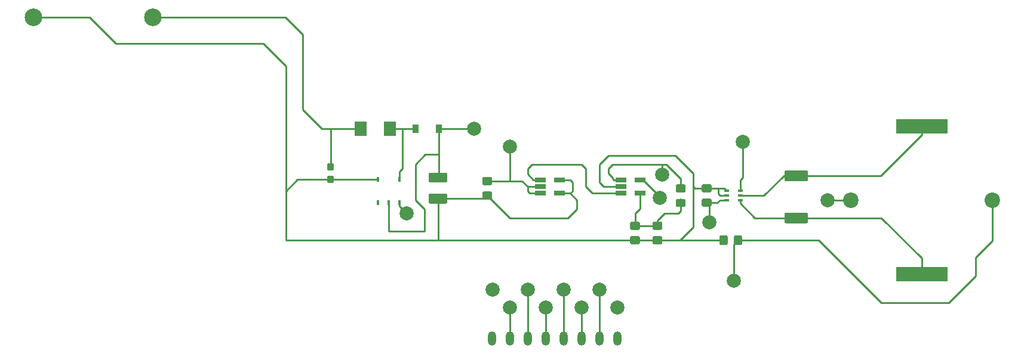
<source format=gtl>
G04 #@! TF.GenerationSoftware,KiCad,Pcbnew,(5.1.2)-2*
G04 #@! TF.CreationDate,2019-07-08T10:17:59-07:00*
G04 #@! TF.ProjectId,Prototypedesign1,50726f74-6f74-4797-9065-64657369676e,rev?*
G04 #@! TF.SameCoordinates,Original*
G04 #@! TF.FileFunction,Copper,L1,Top*
G04 #@! TF.FilePolarity,Positive*
%FSLAX46Y46*%
G04 Gerber Fmt 4.6, Leading zero omitted, Abs format (unit mm)*
G04 Created by KiCad (PCBNEW (5.1.2)-2) date 2019-07-08 10:17:59*
%MOMM*%
%LPD*%
G04 APERTURE LIST*
%ADD10C,2.000000*%
%ADD11C,2.500000*%
%ADD12C,0.100000*%
%ADD13C,0.950000*%
%ADD14C,1.425000*%
%ADD15C,1.150000*%
%ADD16R,0.900000X1.200000*%
%ADD17O,1.200000X2.000000*%
%ADD18R,1.700000X2.000000*%
%ADD19C,1.525000*%
%ADD20C,2.200000*%
%ADD21R,7.400000X2.000000*%
%ADD22R,0.420000X0.800000*%
%ADD23R,0.650000X0.400000*%
%ADD24R,1.560000X0.650000*%
%ADD25C,0.250000*%
G04 APERTURE END LIST*
D10*
X126085600Y-53035200D03*
X120015000Y-68580000D03*
X137795000Y-45085000D03*
X114935000Y-68580000D03*
X112395000Y-66040000D03*
X109855000Y-68580000D03*
X149860000Y-53340000D03*
X104775000Y-68580000D03*
X102336600Y-66040000D03*
X126390400Y-49733200D03*
X117475000Y-66040000D03*
X104775000Y-45720000D03*
X133065000Y-56515000D03*
X99695000Y-43180000D03*
X90170000Y-55245000D03*
X107315000Y-66040000D03*
X136525000Y-64770000D03*
D11*
X54220000Y-27390000D03*
X37220000Y-27390000D03*
D12*
G36*
X79635779Y-49881144D02*
G01*
X79658834Y-49884563D01*
X79681443Y-49890227D01*
X79703387Y-49898079D01*
X79724457Y-49908044D01*
X79744448Y-49920026D01*
X79763168Y-49933910D01*
X79780438Y-49949562D01*
X79796090Y-49966832D01*
X79809974Y-49985552D01*
X79821956Y-50005543D01*
X79831921Y-50026613D01*
X79839773Y-50048557D01*
X79845437Y-50071166D01*
X79848856Y-50094221D01*
X79850000Y-50117500D01*
X79850000Y-50692500D01*
X79848856Y-50715779D01*
X79845437Y-50738834D01*
X79839773Y-50761443D01*
X79831921Y-50783387D01*
X79821956Y-50804457D01*
X79809974Y-50824448D01*
X79796090Y-50843168D01*
X79780438Y-50860438D01*
X79763168Y-50876090D01*
X79744448Y-50889974D01*
X79724457Y-50901956D01*
X79703387Y-50911921D01*
X79681443Y-50919773D01*
X79658834Y-50925437D01*
X79635779Y-50928856D01*
X79612500Y-50930000D01*
X79137500Y-50930000D01*
X79114221Y-50928856D01*
X79091166Y-50925437D01*
X79068557Y-50919773D01*
X79046613Y-50911921D01*
X79025543Y-50901956D01*
X79005552Y-50889974D01*
X78986832Y-50876090D01*
X78969562Y-50860438D01*
X78953910Y-50843168D01*
X78940026Y-50824448D01*
X78928044Y-50804457D01*
X78918079Y-50783387D01*
X78910227Y-50761443D01*
X78904563Y-50738834D01*
X78901144Y-50715779D01*
X78900000Y-50692500D01*
X78900000Y-50117500D01*
X78901144Y-50094221D01*
X78904563Y-50071166D01*
X78910227Y-50048557D01*
X78918079Y-50026613D01*
X78928044Y-50005543D01*
X78940026Y-49985552D01*
X78953910Y-49966832D01*
X78969562Y-49949562D01*
X78986832Y-49933910D01*
X79005552Y-49920026D01*
X79025543Y-49908044D01*
X79046613Y-49898079D01*
X79068557Y-49890227D01*
X79091166Y-49884563D01*
X79114221Y-49881144D01*
X79137500Y-49880000D01*
X79612500Y-49880000D01*
X79635779Y-49881144D01*
X79635779Y-49881144D01*
G37*
D13*
X79375000Y-50405000D03*
D12*
G36*
X79635779Y-48131144D02*
G01*
X79658834Y-48134563D01*
X79681443Y-48140227D01*
X79703387Y-48148079D01*
X79724457Y-48158044D01*
X79744448Y-48170026D01*
X79763168Y-48183910D01*
X79780438Y-48199562D01*
X79796090Y-48216832D01*
X79809974Y-48235552D01*
X79821956Y-48255543D01*
X79831921Y-48276613D01*
X79839773Y-48298557D01*
X79845437Y-48321166D01*
X79848856Y-48344221D01*
X79850000Y-48367500D01*
X79850000Y-48942500D01*
X79848856Y-48965779D01*
X79845437Y-48988834D01*
X79839773Y-49011443D01*
X79831921Y-49033387D01*
X79821956Y-49054457D01*
X79809974Y-49074448D01*
X79796090Y-49093168D01*
X79780438Y-49110438D01*
X79763168Y-49126090D01*
X79744448Y-49139974D01*
X79724457Y-49151956D01*
X79703387Y-49161921D01*
X79681443Y-49169773D01*
X79658834Y-49175437D01*
X79635779Y-49178856D01*
X79612500Y-49180000D01*
X79137500Y-49180000D01*
X79114221Y-49178856D01*
X79091166Y-49175437D01*
X79068557Y-49169773D01*
X79046613Y-49161921D01*
X79025543Y-49151956D01*
X79005552Y-49139974D01*
X78986832Y-49126090D01*
X78969562Y-49110438D01*
X78953910Y-49093168D01*
X78940026Y-49074448D01*
X78928044Y-49054457D01*
X78918079Y-49033387D01*
X78910227Y-49011443D01*
X78904563Y-48988834D01*
X78901144Y-48965779D01*
X78900000Y-48942500D01*
X78900000Y-48367500D01*
X78901144Y-48344221D01*
X78904563Y-48321166D01*
X78910227Y-48298557D01*
X78918079Y-48276613D01*
X78928044Y-48255543D01*
X78940026Y-48235552D01*
X78953910Y-48216832D01*
X78969562Y-48199562D01*
X78986832Y-48183910D01*
X79005552Y-48170026D01*
X79025543Y-48158044D01*
X79046613Y-48148079D01*
X79068557Y-48140227D01*
X79091166Y-48134563D01*
X79114221Y-48131144D01*
X79137500Y-48130000D01*
X79612500Y-48130000D01*
X79635779Y-48131144D01*
X79635779Y-48131144D01*
G37*
D13*
X79375000Y-48655000D03*
D12*
G36*
X95714504Y-49453704D02*
G01*
X95738773Y-49457304D01*
X95762571Y-49463265D01*
X95785671Y-49471530D01*
X95807849Y-49482020D01*
X95828893Y-49494633D01*
X95848598Y-49509247D01*
X95866777Y-49525723D01*
X95883253Y-49543902D01*
X95897867Y-49563607D01*
X95910480Y-49584651D01*
X95920970Y-49606829D01*
X95929235Y-49629929D01*
X95935196Y-49653727D01*
X95938796Y-49677996D01*
X95940000Y-49702500D01*
X95940000Y-50627500D01*
X95938796Y-50652004D01*
X95935196Y-50676273D01*
X95929235Y-50700071D01*
X95920970Y-50723171D01*
X95910480Y-50745349D01*
X95897867Y-50766393D01*
X95883253Y-50786098D01*
X95866777Y-50804277D01*
X95848598Y-50820753D01*
X95828893Y-50835367D01*
X95807849Y-50847980D01*
X95785671Y-50858470D01*
X95762571Y-50866735D01*
X95738773Y-50872696D01*
X95714504Y-50876296D01*
X95690000Y-50877500D01*
X93540000Y-50877500D01*
X93515496Y-50876296D01*
X93491227Y-50872696D01*
X93467429Y-50866735D01*
X93444329Y-50858470D01*
X93422151Y-50847980D01*
X93401107Y-50835367D01*
X93381402Y-50820753D01*
X93363223Y-50804277D01*
X93346747Y-50786098D01*
X93332133Y-50766393D01*
X93319520Y-50745349D01*
X93309030Y-50723171D01*
X93300765Y-50700071D01*
X93294804Y-50676273D01*
X93291204Y-50652004D01*
X93290000Y-50627500D01*
X93290000Y-49702500D01*
X93291204Y-49677996D01*
X93294804Y-49653727D01*
X93300765Y-49629929D01*
X93309030Y-49606829D01*
X93319520Y-49584651D01*
X93332133Y-49563607D01*
X93346747Y-49543902D01*
X93363223Y-49525723D01*
X93381402Y-49509247D01*
X93401107Y-49494633D01*
X93422151Y-49482020D01*
X93444329Y-49471530D01*
X93467429Y-49463265D01*
X93491227Y-49457304D01*
X93515496Y-49453704D01*
X93540000Y-49452500D01*
X95690000Y-49452500D01*
X95714504Y-49453704D01*
X95714504Y-49453704D01*
G37*
D14*
X94615000Y-50165000D03*
D12*
G36*
X95714504Y-52428704D02*
G01*
X95738773Y-52432304D01*
X95762571Y-52438265D01*
X95785671Y-52446530D01*
X95807849Y-52457020D01*
X95828893Y-52469633D01*
X95848598Y-52484247D01*
X95866777Y-52500723D01*
X95883253Y-52518902D01*
X95897867Y-52538607D01*
X95910480Y-52559651D01*
X95920970Y-52581829D01*
X95929235Y-52604929D01*
X95935196Y-52628727D01*
X95938796Y-52652996D01*
X95940000Y-52677500D01*
X95940000Y-53602500D01*
X95938796Y-53627004D01*
X95935196Y-53651273D01*
X95929235Y-53675071D01*
X95920970Y-53698171D01*
X95910480Y-53720349D01*
X95897867Y-53741393D01*
X95883253Y-53761098D01*
X95866777Y-53779277D01*
X95848598Y-53795753D01*
X95828893Y-53810367D01*
X95807849Y-53822980D01*
X95785671Y-53833470D01*
X95762571Y-53841735D01*
X95738773Y-53847696D01*
X95714504Y-53851296D01*
X95690000Y-53852500D01*
X93540000Y-53852500D01*
X93515496Y-53851296D01*
X93491227Y-53847696D01*
X93467429Y-53841735D01*
X93444329Y-53833470D01*
X93422151Y-53822980D01*
X93401107Y-53810367D01*
X93381402Y-53795753D01*
X93363223Y-53779277D01*
X93346747Y-53761098D01*
X93332133Y-53741393D01*
X93319520Y-53720349D01*
X93309030Y-53698171D01*
X93300765Y-53675071D01*
X93294804Y-53651273D01*
X93291204Y-53627004D01*
X93290000Y-53602500D01*
X93290000Y-52677500D01*
X93291204Y-52652996D01*
X93294804Y-52628727D01*
X93300765Y-52604929D01*
X93309030Y-52581829D01*
X93319520Y-52559651D01*
X93332133Y-52538607D01*
X93346747Y-52518902D01*
X93363223Y-52500723D01*
X93381402Y-52484247D01*
X93401107Y-52469633D01*
X93422151Y-52457020D01*
X93444329Y-52446530D01*
X93467429Y-52438265D01*
X93491227Y-52432304D01*
X93515496Y-52428704D01*
X93540000Y-52427500D01*
X95690000Y-52427500D01*
X95714504Y-52428704D01*
X95714504Y-52428704D01*
G37*
D14*
X94615000Y-53140000D03*
D12*
G36*
X133189505Y-51106204D02*
G01*
X133213773Y-51109804D01*
X133237572Y-51115765D01*
X133260671Y-51124030D01*
X133282850Y-51134520D01*
X133303893Y-51147132D01*
X133323599Y-51161747D01*
X133341777Y-51178223D01*
X133358253Y-51196401D01*
X133372868Y-51216107D01*
X133385480Y-51237150D01*
X133395970Y-51259329D01*
X133404235Y-51282428D01*
X133410196Y-51306227D01*
X133413796Y-51330495D01*
X133415000Y-51354999D01*
X133415000Y-52005001D01*
X133413796Y-52029505D01*
X133410196Y-52053773D01*
X133404235Y-52077572D01*
X133395970Y-52100671D01*
X133385480Y-52122850D01*
X133372868Y-52143893D01*
X133358253Y-52163599D01*
X133341777Y-52181777D01*
X133323599Y-52198253D01*
X133303893Y-52212868D01*
X133282850Y-52225480D01*
X133260671Y-52235970D01*
X133237572Y-52244235D01*
X133213773Y-52250196D01*
X133189505Y-52253796D01*
X133165001Y-52255000D01*
X132264999Y-52255000D01*
X132240495Y-52253796D01*
X132216227Y-52250196D01*
X132192428Y-52244235D01*
X132169329Y-52235970D01*
X132147150Y-52225480D01*
X132126107Y-52212868D01*
X132106401Y-52198253D01*
X132088223Y-52181777D01*
X132071747Y-52163599D01*
X132057132Y-52143893D01*
X132044520Y-52122850D01*
X132034030Y-52100671D01*
X132025765Y-52077572D01*
X132019804Y-52053773D01*
X132016204Y-52029505D01*
X132015000Y-52005001D01*
X132015000Y-51354999D01*
X132016204Y-51330495D01*
X132019804Y-51306227D01*
X132025765Y-51282428D01*
X132034030Y-51259329D01*
X132044520Y-51237150D01*
X132057132Y-51216107D01*
X132071747Y-51196401D01*
X132088223Y-51178223D01*
X132106401Y-51161747D01*
X132126107Y-51147132D01*
X132147150Y-51134520D01*
X132169329Y-51124030D01*
X132192428Y-51115765D01*
X132216227Y-51109804D01*
X132240495Y-51106204D01*
X132264999Y-51105000D01*
X133165001Y-51105000D01*
X133189505Y-51106204D01*
X133189505Y-51106204D01*
G37*
D15*
X132715000Y-51680000D03*
D12*
G36*
X133189505Y-53156204D02*
G01*
X133213773Y-53159804D01*
X133237572Y-53165765D01*
X133260671Y-53174030D01*
X133282850Y-53184520D01*
X133303893Y-53197132D01*
X133323599Y-53211747D01*
X133341777Y-53228223D01*
X133358253Y-53246401D01*
X133372868Y-53266107D01*
X133385480Y-53287150D01*
X133395970Y-53309329D01*
X133404235Y-53332428D01*
X133410196Y-53356227D01*
X133413796Y-53380495D01*
X133415000Y-53404999D01*
X133415000Y-54055001D01*
X133413796Y-54079505D01*
X133410196Y-54103773D01*
X133404235Y-54127572D01*
X133395970Y-54150671D01*
X133385480Y-54172850D01*
X133372868Y-54193893D01*
X133358253Y-54213599D01*
X133341777Y-54231777D01*
X133323599Y-54248253D01*
X133303893Y-54262868D01*
X133282850Y-54275480D01*
X133260671Y-54285970D01*
X133237572Y-54294235D01*
X133213773Y-54300196D01*
X133189505Y-54303796D01*
X133165001Y-54305000D01*
X132264999Y-54305000D01*
X132240495Y-54303796D01*
X132216227Y-54300196D01*
X132192428Y-54294235D01*
X132169329Y-54285970D01*
X132147150Y-54275480D01*
X132126107Y-54262868D01*
X132106401Y-54248253D01*
X132088223Y-54231777D01*
X132071747Y-54213599D01*
X132057132Y-54193893D01*
X132044520Y-54172850D01*
X132034030Y-54150671D01*
X132025765Y-54127572D01*
X132019804Y-54103773D01*
X132016204Y-54079505D01*
X132015000Y-54055001D01*
X132015000Y-53404999D01*
X132016204Y-53380495D01*
X132019804Y-53356227D01*
X132025765Y-53332428D01*
X132034030Y-53309329D01*
X132044520Y-53287150D01*
X132057132Y-53266107D01*
X132071747Y-53246401D01*
X132088223Y-53228223D01*
X132106401Y-53211747D01*
X132126107Y-53197132D01*
X132147150Y-53184520D01*
X132169329Y-53174030D01*
X132192428Y-53165765D01*
X132216227Y-53159804D01*
X132240495Y-53156204D01*
X132264999Y-53155000D01*
X133165001Y-53155000D01*
X133189505Y-53156204D01*
X133189505Y-53156204D01*
G37*
D15*
X132715000Y-53730000D03*
D12*
G36*
X102074505Y-50081204D02*
G01*
X102098773Y-50084804D01*
X102122572Y-50090765D01*
X102145671Y-50099030D01*
X102167850Y-50109520D01*
X102188893Y-50122132D01*
X102208599Y-50136747D01*
X102226777Y-50153223D01*
X102243253Y-50171401D01*
X102257868Y-50191107D01*
X102270480Y-50212150D01*
X102280970Y-50234329D01*
X102289235Y-50257428D01*
X102295196Y-50281227D01*
X102298796Y-50305495D01*
X102300000Y-50329999D01*
X102300000Y-50980001D01*
X102298796Y-51004505D01*
X102295196Y-51028773D01*
X102289235Y-51052572D01*
X102280970Y-51075671D01*
X102270480Y-51097850D01*
X102257868Y-51118893D01*
X102243253Y-51138599D01*
X102226777Y-51156777D01*
X102208599Y-51173253D01*
X102188893Y-51187868D01*
X102167850Y-51200480D01*
X102145671Y-51210970D01*
X102122572Y-51219235D01*
X102098773Y-51225196D01*
X102074505Y-51228796D01*
X102050001Y-51230000D01*
X101149999Y-51230000D01*
X101125495Y-51228796D01*
X101101227Y-51225196D01*
X101077428Y-51219235D01*
X101054329Y-51210970D01*
X101032150Y-51200480D01*
X101011107Y-51187868D01*
X100991401Y-51173253D01*
X100973223Y-51156777D01*
X100956747Y-51138599D01*
X100942132Y-51118893D01*
X100929520Y-51097850D01*
X100919030Y-51075671D01*
X100910765Y-51052572D01*
X100904804Y-51028773D01*
X100901204Y-51004505D01*
X100900000Y-50980001D01*
X100900000Y-50329999D01*
X100901204Y-50305495D01*
X100904804Y-50281227D01*
X100910765Y-50257428D01*
X100919030Y-50234329D01*
X100929520Y-50212150D01*
X100942132Y-50191107D01*
X100956747Y-50171401D01*
X100973223Y-50153223D01*
X100991401Y-50136747D01*
X101011107Y-50122132D01*
X101032150Y-50109520D01*
X101054329Y-50099030D01*
X101077428Y-50090765D01*
X101101227Y-50084804D01*
X101125495Y-50081204D01*
X101149999Y-50080000D01*
X102050001Y-50080000D01*
X102074505Y-50081204D01*
X102074505Y-50081204D01*
G37*
D15*
X101600000Y-50655000D03*
D12*
G36*
X102074505Y-52131204D02*
G01*
X102098773Y-52134804D01*
X102122572Y-52140765D01*
X102145671Y-52149030D01*
X102167850Y-52159520D01*
X102188893Y-52172132D01*
X102208599Y-52186747D01*
X102226777Y-52203223D01*
X102243253Y-52221401D01*
X102257868Y-52241107D01*
X102270480Y-52262150D01*
X102280970Y-52284329D01*
X102289235Y-52307428D01*
X102295196Y-52331227D01*
X102298796Y-52355495D01*
X102300000Y-52379999D01*
X102300000Y-53030001D01*
X102298796Y-53054505D01*
X102295196Y-53078773D01*
X102289235Y-53102572D01*
X102280970Y-53125671D01*
X102270480Y-53147850D01*
X102257868Y-53168893D01*
X102243253Y-53188599D01*
X102226777Y-53206777D01*
X102208599Y-53223253D01*
X102188893Y-53237868D01*
X102167850Y-53250480D01*
X102145671Y-53260970D01*
X102122572Y-53269235D01*
X102098773Y-53275196D01*
X102074505Y-53278796D01*
X102050001Y-53280000D01*
X101149999Y-53280000D01*
X101125495Y-53278796D01*
X101101227Y-53275196D01*
X101077428Y-53269235D01*
X101054329Y-53260970D01*
X101032150Y-53250480D01*
X101011107Y-53237868D01*
X100991401Y-53223253D01*
X100973223Y-53206777D01*
X100956747Y-53188599D01*
X100942132Y-53168893D01*
X100929520Y-53147850D01*
X100919030Y-53125671D01*
X100910765Y-53102572D01*
X100904804Y-53078773D01*
X100901204Y-53054505D01*
X100900000Y-53030001D01*
X100900000Y-52379999D01*
X100901204Y-52355495D01*
X100904804Y-52331227D01*
X100910765Y-52307428D01*
X100919030Y-52284329D01*
X100929520Y-52262150D01*
X100942132Y-52241107D01*
X100956747Y-52221401D01*
X100973223Y-52203223D01*
X100991401Y-52186747D01*
X101011107Y-52172132D01*
X101032150Y-52159520D01*
X101054329Y-52149030D01*
X101077428Y-52140765D01*
X101101227Y-52134804D01*
X101125495Y-52131204D01*
X101149999Y-52130000D01*
X102050001Y-52130000D01*
X102074505Y-52131204D01*
X102074505Y-52131204D01*
G37*
D15*
X101600000Y-52705000D03*
D16*
X94740000Y-43180000D03*
X91440000Y-43180000D03*
D17*
X102235000Y-73025000D03*
X104775000Y-73025000D03*
X107315000Y-73025000D03*
X109855000Y-73025000D03*
X112395000Y-73025000D03*
X114935000Y-73025000D03*
X117475000Y-73025000D03*
X120015000Y-73025000D03*
D18*
X83625000Y-43180000D03*
X87825000Y-43180000D03*
D12*
G36*
X137509505Y-58356204D02*
G01*
X137533773Y-58359804D01*
X137557572Y-58365765D01*
X137580671Y-58374030D01*
X137602850Y-58384520D01*
X137623893Y-58397132D01*
X137643599Y-58411747D01*
X137661777Y-58428223D01*
X137678253Y-58446401D01*
X137692868Y-58466107D01*
X137705480Y-58487150D01*
X137715970Y-58509329D01*
X137724235Y-58532428D01*
X137730196Y-58556227D01*
X137733796Y-58580495D01*
X137735000Y-58604999D01*
X137735000Y-59505001D01*
X137733796Y-59529505D01*
X137730196Y-59553773D01*
X137724235Y-59577572D01*
X137715970Y-59600671D01*
X137705480Y-59622850D01*
X137692868Y-59643893D01*
X137678253Y-59663599D01*
X137661777Y-59681777D01*
X137643599Y-59698253D01*
X137623893Y-59712868D01*
X137602850Y-59725480D01*
X137580671Y-59735970D01*
X137557572Y-59744235D01*
X137533773Y-59750196D01*
X137509505Y-59753796D01*
X137485001Y-59755000D01*
X136834999Y-59755000D01*
X136810495Y-59753796D01*
X136786227Y-59750196D01*
X136762428Y-59744235D01*
X136739329Y-59735970D01*
X136717150Y-59725480D01*
X136696107Y-59712868D01*
X136676401Y-59698253D01*
X136658223Y-59681777D01*
X136641747Y-59663599D01*
X136627132Y-59643893D01*
X136614520Y-59622850D01*
X136604030Y-59600671D01*
X136595765Y-59577572D01*
X136589804Y-59553773D01*
X136586204Y-59529505D01*
X136585000Y-59505001D01*
X136585000Y-58604999D01*
X136586204Y-58580495D01*
X136589804Y-58556227D01*
X136595765Y-58532428D01*
X136604030Y-58509329D01*
X136614520Y-58487150D01*
X136627132Y-58466107D01*
X136641747Y-58446401D01*
X136658223Y-58428223D01*
X136676401Y-58411747D01*
X136696107Y-58397132D01*
X136717150Y-58384520D01*
X136739329Y-58374030D01*
X136762428Y-58365765D01*
X136786227Y-58359804D01*
X136810495Y-58356204D01*
X136834999Y-58355000D01*
X137485001Y-58355000D01*
X137509505Y-58356204D01*
X137509505Y-58356204D01*
G37*
D15*
X137160000Y-59055000D03*
D12*
G36*
X135459505Y-58356204D02*
G01*
X135483773Y-58359804D01*
X135507572Y-58365765D01*
X135530671Y-58374030D01*
X135552850Y-58384520D01*
X135573893Y-58397132D01*
X135593599Y-58411747D01*
X135611777Y-58428223D01*
X135628253Y-58446401D01*
X135642868Y-58466107D01*
X135655480Y-58487150D01*
X135665970Y-58509329D01*
X135674235Y-58532428D01*
X135680196Y-58556227D01*
X135683796Y-58580495D01*
X135685000Y-58604999D01*
X135685000Y-59505001D01*
X135683796Y-59529505D01*
X135680196Y-59553773D01*
X135674235Y-59577572D01*
X135665970Y-59600671D01*
X135655480Y-59622850D01*
X135642868Y-59643893D01*
X135628253Y-59663599D01*
X135611777Y-59681777D01*
X135593599Y-59698253D01*
X135573893Y-59712868D01*
X135552850Y-59725480D01*
X135530671Y-59735970D01*
X135507572Y-59744235D01*
X135483773Y-59750196D01*
X135459505Y-59753796D01*
X135435001Y-59755000D01*
X134784999Y-59755000D01*
X134760495Y-59753796D01*
X134736227Y-59750196D01*
X134712428Y-59744235D01*
X134689329Y-59735970D01*
X134667150Y-59725480D01*
X134646107Y-59712868D01*
X134626401Y-59698253D01*
X134608223Y-59681777D01*
X134591747Y-59663599D01*
X134577132Y-59643893D01*
X134564520Y-59622850D01*
X134554030Y-59600671D01*
X134545765Y-59577572D01*
X134539804Y-59553773D01*
X134536204Y-59529505D01*
X134535000Y-59505001D01*
X134535000Y-58604999D01*
X134536204Y-58580495D01*
X134539804Y-58556227D01*
X134545765Y-58532428D01*
X134554030Y-58509329D01*
X134564520Y-58487150D01*
X134577132Y-58466107D01*
X134591747Y-58446401D01*
X134608223Y-58428223D01*
X134626401Y-58411747D01*
X134646107Y-58397132D01*
X134667150Y-58384520D01*
X134689329Y-58374030D01*
X134712428Y-58365765D01*
X134736227Y-58359804D01*
X134760495Y-58356204D01*
X134784999Y-58355000D01*
X135435001Y-58355000D01*
X135459505Y-58356204D01*
X135459505Y-58356204D01*
G37*
D15*
X135110000Y-59055000D03*
D12*
G36*
X146864505Y-55118704D02*
G01*
X146888773Y-55122304D01*
X146912572Y-55128265D01*
X146935671Y-55136530D01*
X146957850Y-55147020D01*
X146978893Y-55159632D01*
X146998599Y-55174247D01*
X147016777Y-55190723D01*
X147033253Y-55208901D01*
X147047868Y-55228607D01*
X147060480Y-55249650D01*
X147070970Y-55271829D01*
X147079235Y-55294928D01*
X147085196Y-55318727D01*
X147088796Y-55342995D01*
X147090000Y-55367499D01*
X147090000Y-56392501D01*
X147088796Y-56417005D01*
X147085196Y-56441273D01*
X147079235Y-56465072D01*
X147070970Y-56488171D01*
X147060480Y-56510350D01*
X147047868Y-56531393D01*
X147033253Y-56551099D01*
X147016777Y-56569277D01*
X146998599Y-56585753D01*
X146978893Y-56600368D01*
X146957850Y-56612980D01*
X146935671Y-56623470D01*
X146912572Y-56631735D01*
X146888773Y-56637696D01*
X146864505Y-56641296D01*
X146840001Y-56642500D01*
X143989999Y-56642500D01*
X143965495Y-56641296D01*
X143941227Y-56637696D01*
X143917428Y-56631735D01*
X143894329Y-56623470D01*
X143872150Y-56612980D01*
X143851107Y-56600368D01*
X143831401Y-56585753D01*
X143813223Y-56569277D01*
X143796747Y-56551099D01*
X143782132Y-56531393D01*
X143769520Y-56510350D01*
X143759030Y-56488171D01*
X143750765Y-56465072D01*
X143744804Y-56441273D01*
X143741204Y-56417005D01*
X143740000Y-56392501D01*
X143740000Y-55367499D01*
X143741204Y-55342995D01*
X143744804Y-55318727D01*
X143750765Y-55294928D01*
X143759030Y-55271829D01*
X143769520Y-55249650D01*
X143782132Y-55228607D01*
X143796747Y-55208901D01*
X143813223Y-55190723D01*
X143831401Y-55174247D01*
X143851107Y-55159632D01*
X143872150Y-55147020D01*
X143894329Y-55136530D01*
X143917428Y-55128265D01*
X143941227Y-55122304D01*
X143965495Y-55118704D01*
X143989999Y-55117500D01*
X146840001Y-55117500D01*
X146864505Y-55118704D01*
X146864505Y-55118704D01*
G37*
D19*
X145415000Y-55880000D03*
D12*
G36*
X146864505Y-49143704D02*
G01*
X146888773Y-49147304D01*
X146912572Y-49153265D01*
X146935671Y-49161530D01*
X146957850Y-49172020D01*
X146978893Y-49184632D01*
X146998599Y-49199247D01*
X147016777Y-49215723D01*
X147033253Y-49233901D01*
X147047868Y-49253607D01*
X147060480Y-49274650D01*
X147070970Y-49296829D01*
X147079235Y-49319928D01*
X147085196Y-49343727D01*
X147088796Y-49367995D01*
X147090000Y-49392499D01*
X147090000Y-50417501D01*
X147088796Y-50442005D01*
X147085196Y-50466273D01*
X147079235Y-50490072D01*
X147070970Y-50513171D01*
X147060480Y-50535350D01*
X147047868Y-50556393D01*
X147033253Y-50576099D01*
X147016777Y-50594277D01*
X146998599Y-50610753D01*
X146978893Y-50625368D01*
X146957850Y-50637980D01*
X146935671Y-50648470D01*
X146912572Y-50656735D01*
X146888773Y-50662696D01*
X146864505Y-50666296D01*
X146840001Y-50667500D01*
X143989999Y-50667500D01*
X143965495Y-50666296D01*
X143941227Y-50662696D01*
X143917428Y-50656735D01*
X143894329Y-50648470D01*
X143872150Y-50637980D01*
X143851107Y-50625368D01*
X143831401Y-50610753D01*
X143813223Y-50594277D01*
X143796747Y-50576099D01*
X143782132Y-50556393D01*
X143769520Y-50535350D01*
X143759030Y-50513171D01*
X143750765Y-50490072D01*
X143744804Y-50466273D01*
X143741204Y-50442005D01*
X143740000Y-50417501D01*
X143740000Y-49392499D01*
X143741204Y-49367995D01*
X143744804Y-49343727D01*
X143750765Y-49319928D01*
X143759030Y-49296829D01*
X143769520Y-49274650D01*
X143782132Y-49253607D01*
X143796747Y-49233901D01*
X143813223Y-49215723D01*
X143831401Y-49199247D01*
X143851107Y-49184632D01*
X143872150Y-49172020D01*
X143894329Y-49161530D01*
X143917428Y-49153265D01*
X143941227Y-49147304D01*
X143965495Y-49143704D01*
X143989999Y-49142500D01*
X146840001Y-49142500D01*
X146864505Y-49143704D01*
X146864505Y-49143704D01*
G37*
D19*
X145415000Y-49905000D03*
D12*
G36*
X129506505Y-51122604D02*
G01*
X129530773Y-51126204D01*
X129554572Y-51132165D01*
X129577671Y-51140430D01*
X129599850Y-51150920D01*
X129620893Y-51163532D01*
X129640599Y-51178147D01*
X129658777Y-51194623D01*
X129675253Y-51212801D01*
X129689868Y-51232507D01*
X129702480Y-51253550D01*
X129712970Y-51275729D01*
X129721235Y-51298828D01*
X129727196Y-51322627D01*
X129730796Y-51346895D01*
X129732000Y-51371399D01*
X129732000Y-52021401D01*
X129730796Y-52045905D01*
X129727196Y-52070173D01*
X129721235Y-52093972D01*
X129712970Y-52117071D01*
X129702480Y-52139250D01*
X129689868Y-52160293D01*
X129675253Y-52179999D01*
X129658777Y-52198177D01*
X129640599Y-52214653D01*
X129620893Y-52229268D01*
X129599850Y-52241880D01*
X129577671Y-52252370D01*
X129554572Y-52260635D01*
X129530773Y-52266596D01*
X129506505Y-52270196D01*
X129482001Y-52271400D01*
X128581999Y-52271400D01*
X128557495Y-52270196D01*
X128533227Y-52266596D01*
X128509428Y-52260635D01*
X128486329Y-52252370D01*
X128464150Y-52241880D01*
X128443107Y-52229268D01*
X128423401Y-52214653D01*
X128405223Y-52198177D01*
X128388747Y-52179999D01*
X128374132Y-52160293D01*
X128361520Y-52139250D01*
X128351030Y-52117071D01*
X128342765Y-52093972D01*
X128336804Y-52070173D01*
X128333204Y-52045905D01*
X128332000Y-52021401D01*
X128332000Y-51371399D01*
X128333204Y-51346895D01*
X128336804Y-51322627D01*
X128342765Y-51298828D01*
X128351030Y-51275729D01*
X128361520Y-51253550D01*
X128374132Y-51232507D01*
X128388747Y-51212801D01*
X128405223Y-51194623D01*
X128423401Y-51178147D01*
X128443107Y-51163532D01*
X128464150Y-51150920D01*
X128486329Y-51140430D01*
X128509428Y-51132165D01*
X128533227Y-51126204D01*
X128557495Y-51122604D01*
X128581999Y-51121400D01*
X129482001Y-51121400D01*
X129506505Y-51122604D01*
X129506505Y-51122604D01*
G37*
D15*
X129032000Y-51696400D03*
D12*
G36*
X129506505Y-53172604D02*
G01*
X129530773Y-53176204D01*
X129554572Y-53182165D01*
X129577671Y-53190430D01*
X129599850Y-53200920D01*
X129620893Y-53213532D01*
X129640599Y-53228147D01*
X129658777Y-53244623D01*
X129675253Y-53262801D01*
X129689868Y-53282507D01*
X129702480Y-53303550D01*
X129712970Y-53325729D01*
X129721235Y-53348828D01*
X129727196Y-53372627D01*
X129730796Y-53396895D01*
X129732000Y-53421399D01*
X129732000Y-54071401D01*
X129730796Y-54095905D01*
X129727196Y-54120173D01*
X129721235Y-54143972D01*
X129712970Y-54167071D01*
X129702480Y-54189250D01*
X129689868Y-54210293D01*
X129675253Y-54229999D01*
X129658777Y-54248177D01*
X129640599Y-54264653D01*
X129620893Y-54279268D01*
X129599850Y-54291880D01*
X129577671Y-54302370D01*
X129554572Y-54310635D01*
X129530773Y-54316596D01*
X129506505Y-54320196D01*
X129482001Y-54321400D01*
X128581999Y-54321400D01*
X128557495Y-54320196D01*
X128533227Y-54316596D01*
X128509428Y-54310635D01*
X128486329Y-54302370D01*
X128464150Y-54291880D01*
X128443107Y-54279268D01*
X128423401Y-54264653D01*
X128405223Y-54248177D01*
X128388747Y-54229999D01*
X128374132Y-54210293D01*
X128361520Y-54189250D01*
X128351030Y-54167071D01*
X128342765Y-54143972D01*
X128336804Y-54120173D01*
X128333204Y-54095905D01*
X128332000Y-54071401D01*
X128332000Y-53421399D01*
X128333204Y-53396895D01*
X128336804Y-53372627D01*
X128342765Y-53348828D01*
X128351030Y-53325729D01*
X128361520Y-53303550D01*
X128374132Y-53282507D01*
X128388747Y-53262801D01*
X128405223Y-53244623D01*
X128423401Y-53228147D01*
X128443107Y-53213532D01*
X128464150Y-53200920D01*
X128486329Y-53190430D01*
X128509428Y-53182165D01*
X128533227Y-53176204D01*
X128557495Y-53172604D01*
X128581999Y-53171400D01*
X129482001Y-53171400D01*
X129506505Y-53172604D01*
X129506505Y-53172604D01*
G37*
D15*
X129032000Y-53746400D03*
D12*
G36*
X126204505Y-58481204D02*
G01*
X126228773Y-58484804D01*
X126252572Y-58490765D01*
X126275671Y-58499030D01*
X126297850Y-58509520D01*
X126318893Y-58522132D01*
X126338599Y-58536747D01*
X126356777Y-58553223D01*
X126373253Y-58571401D01*
X126387868Y-58591107D01*
X126400480Y-58612150D01*
X126410970Y-58634329D01*
X126419235Y-58657428D01*
X126425196Y-58681227D01*
X126428796Y-58705495D01*
X126430000Y-58729999D01*
X126430000Y-59380001D01*
X126428796Y-59404505D01*
X126425196Y-59428773D01*
X126419235Y-59452572D01*
X126410970Y-59475671D01*
X126400480Y-59497850D01*
X126387868Y-59518893D01*
X126373253Y-59538599D01*
X126356777Y-59556777D01*
X126338599Y-59573253D01*
X126318893Y-59587868D01*
X126297850Y-59600480D01*
X126275671Y-59610970D01*
X126252572Y-59619235D01*
X126228773Y-59625196D01*
X126204505Y-59628796D01*
X126180001Y-59630000D01*
X125279999Y-59630000D01*
X125255495Y-59628796D01*
X125231227Y-59625196D01*
X125207428Y-59619235D01*
X125184329Y-59610970D01*
X125162150Y-59600480D01*
X125141107Y-59587868D01*
X125121401Y-59573253D01*
X125103223Y-59556777D01*
X125086747Y-59538599D01*
X125072132Y-59518893D01*
X125059520Y-59497850D01*
X125049030Y-59475671D01*
X125040765Y-59452572D01*
X125034804Y-59428773D01*
X125031204Y-59404505D01*
X125030000Y-59380001D01*
X125030000Y-58729999D01*
X125031204Y-58705495D01*
X125034804Y-58681227D01*
X125040765Y-58657428D01*
X125049030Y-58634329D01*
X125059520Y-58612150D01*
X125072132Y-58591107D01*
X125086747Y-58571401D01*
X125103223Y-58553223D01*
X125121401Y-58536747D01*
X125141107Y-58522132D01*
X125162150Y-58509520D01*
X125184329Y-58499030D01*
X125207428Y-58490765D01*
X125231227Y-58484804D01*
X125255495Y-58481204D01*
X125279999Y-58480000D01*
X126180001Y-58480000D01*
X126204505Y-58481204D01*
X126204505Y-58481204D01*
G37*
D15*
X125730000Y-59055000D03*
D12*
G36*
X126204505Y-56431204D02*
G01*
X126228773Y-56434804D01*
X126252572Y-56440765D01*
X126275671Y-56449030D01*
X126297850Y-56459520D01*
X126318893Y-56472132D01*
X126338599Y-56486747D01*
X126356777Y-56503223D01*
X126373253Y-56521401D01*
X126387868Y-56541107D01*
X126400480Y-56562150D01*
X126410970Y-56584329D01*
X126419235Y-56607428D01*
X126425196Y-56631227D01*
X126428796Y-56655495D01*
X126430000Y-56679999D01*
X126430000Y-57330001D01*
X126428796Y-57354505D01*
X126425196Y-57378773D01*
X126419235Y-57402572D01*
X126410970Y-57425671D01*
X126400480Y-57447850D01*
X126387868Y-57468893D01*
X126373253Y-57488599D01*
X126356777Y-57506777D01*
X126338599Y-57523253D01*
X126318893Y-57537868D01*
X126297850Y-57550480D01*
X126275671Y-57560970D01*
X126252572Y-57569235D01*
X126228773Y-57575196D01*
X126204505Y-57578796D01*
X126180001Y-57580000D01*
X125279999Y-57580000D01*
X125255495Y-57578796D01*
X125231227Y-57575196D01*
X125207428Y-57569235D01*
X125184329Y-57560970D01*
X125162150Y-57550480D01*
X125141107Y-57537868D01*
X125121401Y-57523253D01*
X125103223Y-57506777D01*
X125086747Y-57488599D01*
X125072132Y-57468893D01*
X125059520Y-57447850D01*
X125049030Y-57425671D01*
X125040765Y-57402572D01*
X125034804Y-57378773D01*
X125031204Y-57354505D01*
X125030000Y-57330001D01*
X125030000Y-56679999D01*
X125031204Y-56655495D01*
X125034804Y-56631227D01*
X125040765Y-56607428D01*
X125049030Y-56584329D01*
X125059520Y-56562150D01*
X125072132Y-56541107D01*
X125086747Y-56521401D01*
X125103223Y-56503223D01*
X125121401Y-56486747D01*
X125141107Y-56472132D01*
X125162150Y-56459520D01*
X125184329Y-56449030D01*
X125207428Y-56440765D01*
X125231227Y-56434804D01*
X125255495Y-56431204D01*
X125279999Y-56430000D01*
X126180001Y-56430000D01*
X126204505Y-56431204D01*
X126204505Y-56431204D01*
G37*
D15*
X125730000Y-57005000D03*
D12*
G36*
X123029505Y-56431204D02*
G01*
X123053773Y-56434804D01*
X123077572Y-56440765D01*
X123100671Y-56449030D01*
X123122850Y-56459520D01*
X123143893Y-56472132D01*
X123163599Y-56486747D01*
X123181777Y-56503223D01*
X123198253Y-56521401D01*
X123212868Y-56541107D01*
X123225480Y-56562150D01*
X123235970Y-56584329D01*
X123244235Y-56607428D01*
X123250196Y-56631227D01*
X123253796Y-56655495D01*
X123255000Y-56679999D01*
X123255000Y-57330001D01*
X123253796Y-57354505D01*
X123250196Y-57378773D01*
X123244235Y-57402572D01*
X123235970Y-57425671D01*
X123225480Y-57447850D01*
X123212868Y-57468893D01*
X123198253Y-57488599D01*
X123181777Y-57506777D01*
X123163599Y-57523253D01*
X123143893Y-57537868D01*
X123122850Y-57550480D01*
X123100671Y-57560970D01*
X123077572Y-57569235D01*
X123053773Y-57575196D01*
X123029505Y-57578796D01*
X123005001Y-57580000D01*
X122104999Y-57580000D01*
X122080495Y-57578796D01*
X122056227Y-57575196D01*
X122032428Y-57569235D01*
X122009329Y-57560970D01*
X121987150Y-57550480D01*
X121966107Y-57537868D01*
X121946401Y-57523253D01*
X121928223Y-57506777D01*
X121911747Y-57488599D01*
X121897132Y-57468893D01*
X121884520Y-57447850D01*
X121874030Y-57425671D01*
X121865765Y-57402572D01*
X121859804Y-57378773D01*
X121856204Y-57354505D01*
X121855000Y-57330001D01*
X121855000Y-56679999D01*
X121856204Y-56655495D01*
X121859804Y-56631227D01*
X121865765Y-56607428D01*
X121874030Y-56584329D01*
X121884520Y-56562150D01*
X121897132Y-56541107D01*
X121911747Y-56521401D01*
X121928223Y-56503223D01*
X121946401Y-56486747D01*
X121966107Y-56472132D01*
X121987150Y-56459520D01*
X122009329Y-56449030D01*
X122032428Y-56440765D01*
X122056227Y-56434804D01*
X122080495Y-56431204D01*
X122104999Y-56430000D01*
X123005001Y-56430000D01*
X123029505Y-56431204D01*
X123029505Y-56431204D01*
G37*
D15*
X122555000Y-57005000D03*
D12*
G36*
X123029505Y-58481204D02*
G01*
X123053773Y-58484804D01*
X123077572Y-58490765D01*
X123100671Y-58499030D01*
X123122850Y-58509520D01*
X123143893Y-58522132D01*
X123163599Y-58536747D01*
X123181777Y-58553223D01*
X123198253Y-58571401D01*
X123212868Y-58591107D01*
X123225480Y-58612150D01*
X123235970Y-58634329D01*
X123244235Y-58657428D01*
X123250196Y-58681227D01*
X123253796Y-58705495D01*
X123255000Y-58729999D01*
X123255000Y-59380001D01*
X123253796Y-59404505D01*
X123250196Y-59428773D01*
X123244235Y-59452572D01*
X123235970Y-59475671D01*
X123225480Y-59497850D01*
X123212868Y-59518893D01*
X123198253Y-59538599D01*
X123181777Y-59556777D01*
X123163599Y-59573253D01*
X123143893Y-59587868D01*
X123122850Y-59600480D01*
X123100671Y-59610970D01*
X123077572Y-59619235D01*
X123053773Y-59625196D01*
X123029505Y-59628796D01*
X123005001Y-59630000D01*
X122104999Y-59630000D01*
X122080495Y-59628796D01*
X122056227Y-59625196D01*
X122032428Y-59619235D01*
X122009329Y-59610970D01*
X121987150Y-59600480D01*
X121966107Y-59587868D01*
X121946401Y-59573253D01*
X121928223Y-59556777D01*
X121911747Y-59538599D01*
X121897132Y-59518893D01*
X121884520Y-59497850D01*
X121874030Y-59475671D01*
X121865765Y-59452572D01*
X121859804Y-59428773D01*
X121856204Y-59404505D01*
X121855000Y-59380001D01*
X121855000Y-58729999D01*
X121856204Y-58705495D01*
X121859804Y-58681227D01*
X121865765Y-58657428D01*
X121874030Y-58634329D01*
X121884520Y-58612150D01*
X121897132Y-58591107D01*
X121911747Y-58571401D01*
X121928223Y-58553223D01*
X121946401Y-58536747D01*
X121966107Y-58522132D01*
X121987150Y-58509520D01*
X122009329Y-58499030D01*
X122032428Y-58490765D01*
X122056227Y-58484804D01*
X122080495Y-58481204D01*
X122104999Y-58480000D01*
X123005001Y-58480000D01*
X123029505Y-58481204D01*
X123029505Y-58481204D01*
G37*
D15*
X122555000Y-59055000D03*
D20*
X153195000Y-53340000D03*
X173195000Y-53340000D03*
D21*
X163195000Y-42840000D03*
X163195000Y-63840000D03*
D22*
X86130000Y-53720000D03*
X87630000Y-53720000D03*
X89130000Y-53720000D03*
X89130000Y-50420000D03*
X86130000Y-50420000D03*
D23*
X135575000Y-52055000D03*
X135575000Y-53355000D03*
X137475000Y-52705000D03*
X135575000Y-52705000D03*
X137475000Y-53355000D03*
X137475000Y-52055000D03*
D24*
X109140000Y-50485000D03*
X109140000Y-51435000D03*
X109140000Y-52385000D03*
X111840000Y-52385000D03*
X111840000Y-50485000D03*
X120570000Y-50485000D03*
X120570000Y-51435000D03*
X120570000Y-52385000D03*
X123270000Y-52385000D03*
X123270000Y-50485000D03*
D25*
X74690000Y-50405000D02*
X79375000Y-50405000D01*
X73025000Y-52070000D02*
X74690000Y-50405000D01*
X86115000Y-50405000D02*
X86130000Y-50420000D01*
X79375000Y-50405000D02*
X86115000Y-50405000D01*
X94615000Y-53140000D02*
X94615000Y-59055000D01*
X94615000Y-59055000D02*
X73025000Y-59055000D01*
X73025000Y-59055000D02*
X73025000Y-52070000D01*
X101165000Y-53140000D02*
X101600000Y-52705000D01*
X94615000Y-53140000D02*
X101165000Y-53140000D01*
X113345000Y-52385000D02*
X111840000Y-52385000D01*
X114300000Y-53340000D02*
X113345000Y-52385000D01*
X114300000Y-54610000D02*
X114300000Y-53340000D01*
X113030000Y-55880000D02*
X114300000Y-54610000D01*
X101600000Y-52705000D02*
X104775000Y-55880000D01*
X104775000Y-55880000D02*
X113030000Y-55880000D01*
X113345000Y-52385000D02*
X113350000Y-52385000D01*
X113350000Y-52385000D02*
X113665000Y-52070000D01*
X113665000Y-52070000D02*
X113665000Y-50800000D01*
X113350000Y-50485000D02*
X111840000Y-50485000D01*
X113665000Y-50800000D02*
X113350000Y-50485000D01*
X122555000Y-59055000D02*
X125730000Y-59055000D01*
X128905000Y-59055000D02*
X125730000Y-59055000D01*
X130810000Y-57150000D02*
X128905000Y-59055000D01*
X118110000Y-51435000D02*
X117475000Y-50800000D01*
X120570000Y-51435000D02*
X118110000Y-51435000D01*
X117475000Y-50800000D02*
X117475000Y-48260000D01*
X117475000Y-48260000D02*
X118745000Y-46990000D01*
X118745000Y-46990000D02*
X128270000Y-46990000D01*
X128270000Y-46990000D02*
X130810000Y-49530000D01*
X122555000Y-59055000D02*
X94615000Y-59055000D01*
X131055000Y-51680000D02*
X132715000Y-51680000D01*
X130810000Y-51435000D02*
X131055000Y-51680000D01*
X130810000Y-51435000D02*
X130810000Y-57150000D01*
X130810000Y-49530000D02*
X130810000Y-51435000D01*
X135200000Y-51680000D02*
X135575000Y-52055000D01*
X134375000Y-51680000D02*
X134375000Y-52460000D01*
X134375000Y-51680000D02*
X135200000Y-51680000D01*
X132715000Y-51680000D02*
X134375000Y-51680000D01*
X134620000Y-52705000D02*
X135575000Y-52705000D01*
X134375000Y-52460000D02*
X134620000Y-52705000D01*
X135110000Y-59055000D02*
X128905000Y-59055000D01*
X37220000Y-27390000D02*
X45170000Y-27390000D01*
X45170000Y-27390000D02*
X48895000Y-31115000D01*
X48895000Y-31115000D02*
X69850000Y-31115000D01*
X73025000Y-34290000D02*
X73025000Y-52070000D01*
X69850000Y-31115000D02*
X73025000Y-34290000D01*
X94740000Y-50040000D02*
X94615000Y-50165000D01*
X94740000Y-46865000D02*
X94740000Y-50040000D01*
X94740000Y-43180000D02*
X94740000Y-46865000D01*
X92835000Y-46865000D02*
X94740000Y-46865000D01*
X87630000Y-57785000D02*
X92710000Y-57785000D01*
X87630000Y-53720000D02*
X87630000Y-57785000D01*
X92710000Y-57785000D02*
X92710000Y-54610000D01*
X92710000Y-54610000D02*
X91440000Y-53340000D01*
X91440000Y-53340000D02*
X91440000Y-48260000D01*
X91440000Y-48260000D02*
X92835000Y-46865000D01*
X94740000Y-43180000D02*
X99695000Y-43180000D01*
X104775000Y-68580000D02*
X104775000Y-73025000D01*
X107315000Y-51435000D02*
X109140000Y-51435000D01*
X106535000Y-50655000D02*
X107315000Y-51435000D01*
X107315000Y-51435000D02*
X107315000Y-52070000D01*
X107630000Y-52385000D02*
X109140000Y-52385000D01*
X107315000Y-52070000D02*
X107630000Y-52385000D01*
X135575000Y-53355000D02*
X134605000Y-53355000D01*
X134230000Y-53730000D02*
X132715000Y-53730000D01*
X134605000Y-53355000D02*
X134230000Y-53730000D01*
X104775000Y-50510000D02*
X104920000Y-50655000D01*
X104775000Y-45720000D02*
X104775000Y-50510000D01*
X101600000Y-50655000D02*
X104920000Y-50655000D01*
X104920000Y-50655000D02*
X106535000Y-50655000D01*
X126085600Y-52845600D02*
X126085600Y-53035200D01*
X123725000Y-50485000D02*
X126085600Y-52845600D01*
X123270000Y-50485000D02*
X123725000Y-50485000D01*
X133065000Y-54080000D02*
X132715000Y-53730000D01*
X133065000Y-56515000D02*
X133065000Y-54080000D01*
X149860000Y-53340000D02*
X153195000Y-53340000D01*
X107315000Y-66040000D02*
X107315000Y-73025000D01*
X89535000Y-43180000D02*
X89535000Y-48895000D01*
X89535000Y-43180000D02*
X91440000Y-43180000D01*
X87825000Y-43180000D02*
X89535000Y-43180000D01*
X89130000Y-49300000D02*
X89130000Y-50420000D01*
X89535000Y-48895000D02*
X89130000Y-49300000D01*
X89130000Y-54205000D02*
X90170000Y-55245000D01*
X89130000Y-53720000D02*
X89130000Y-54205000D01*
X109855000Y-68580000D02*
X109855000Y-73025000D01*
X173195000Y-59125002D02*
X170815000Y-61505002D01*
X173195000Y-53340000D02*
X173195000Y-59125002D01*
X170815000Y-61505002D02*
X170815000Y-64135000D01*
X170815000Y-64135000D02*
X167005000Y-67945000D01*
X167005000Y-67945000D02*
X157480000Y-67945000D01*
X148590000Y-59055000D02*
X137160000Y-59055000D01*
X157480000Y-67945000D02*
X148590000Y-59055000D01*
X136525000Y-59690000D02*
X137160000Y-59055000D01*
X136525000Y-64770000D02*
X136525000Y-59690000D01*
X112395000Y-66040000D02*
X112395000Y-73025000D01*
X119540000Y-50485000D02*
X120570000Y-50485000D01*
X119380000Y-50325000D02*
X119540000Y-50485000D01*
X127000000Y-48260000D02*
X119380000Y-48260000D01*
X119380000Y-50165000D02*
X119380000Y-50325000D01*
X119380000Y-48260000D02*
X118745000Y-48895000D01*
X128270000Y-49530000D02*
X127000000Y-48260000D01*
X118745000Y-48895000D02*
X118745000Y-49530000D01*
X118745000Y-49530000D02*
X119380000Y-50165000D01*
X128270000Y-49530000D02*
X128270000Y-49555400D01*
X129032000Y-50317400D02*
X129032000Y-51696400D01*
X128270000Y-49555400D02*
X129032000Y-50317400D01*
X126390400Y-48285400D02*
X126390400Y-49733200D01*
X114935000Y-68580000D02*
X114935000Y-73025000D01*
X137795000Y-45085000D02*
X137795000Y-50165000D01*
X137475000Y-50485000D02*
X137475000Y-52055000D01*
X137795000Y-50165000D02*
X137475000Y-50485000D01*
X117475000Y-66040000D02*
X117475000Y-73025000D01*
X137475000Y-53805000D02*
X137475000Y-53355000D01*
X139550000Y-55880000D02*
X137475000Y-53805000D01*
X145415000Y-55880000D02*
X139550000Y-55880000D01*
X145415000Y-55880000D02*
X157480000Y-55880000D01*
X163195000Y-61595000D02*
X163195000Y-63840000D01*
X157480000Y-55880000D02*
X163195000Y-61595000D01*
X138050000Y-52705000D02*
X137475000Y-52705000D01*
X140840000Y-52705000D02*
X138050000Y-52705000D01*
X143640000Y-49905000D02*
X140840000Y-52705000D01*
X145415000Y-49905000D02*
X143640000Y-49905000D01*
X163195000Y-44090000D02*
X163195000Y-42840000D01*
X157380000Y-49905000D02*
X163195000Y-44090000D01*
X145415000Y-49905000D02*
X157380000Y-49905000D01*
X123270000Y-52385000D02*
X123270000Y-54530000D01*
X122555000Y-55245000D02*
X122555000Y-57005000D01*
X123270000Y-54530000D02*
X122555000Y-55245000D01*
X122555000Y-57005000D02*
X125730000Y-57005000D01*
X129032000Y-54914800D02*
X129032000Y-53746400D01*
X128701800Y-55245000D02*
X129032000Y-54914800D01*
X126755000Y-55245000D02*
X128701800Y-55245000D01*
X125730000Y-57005000D02*
X125730000Y-56270000D01*
X125730000Y-56270000D02*
X126755000Y-55245000D01*
X115570000Y-51435000D02*
X116520000Y-52385000D01*
X115570000Y-48895000D02*
X115570000Y-51435000D01*
X116520000Y-52385000D02*
X120570000Y-52385000D01*
X108110000Y-50485000D02*
X107315000Y-49690000D01*
X109140000Y-50485000D02*
X108110000Y-50485000D01*
X107315000Y-49690000D02*
X107315000Y-48895000D01*
X107315000Y-48895000D02*
X107950000Y-48260000D01*
X107950000Y-48260000D02*
X114935000Y-48260000D01*
X114935000Y-48260000D02*
X115570000Y-48895000D01*
X54220000Y-27390000D02*
X72940000Y-27390000D01*
X72940000Y-27390000D02*
X75395000Y-29845000D01*
X75395000Y-29845000D02*
X75395000Y-40470000D01*
X75395000Y-40470000D02*
X78105000Y-43180000D01*
X79375000Y-43180000D02*
X79375000Y-48655000D01*
X79375000Y-43180000D02*
X83625000Y-43180000D01*
X78105000Y-43180000D02*
X79375000Y-43180000D01*
M02*

</source>
